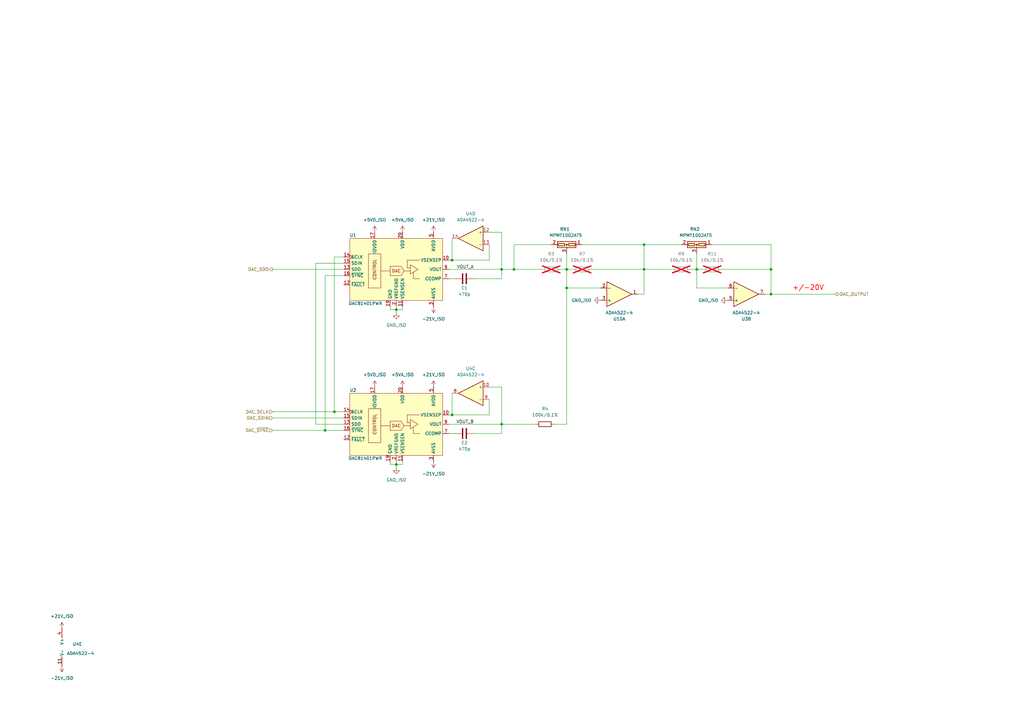
<source format=kicad_sch>
(kicad_sch (version 20250114) (generator "eeschema") (generator_version "9.0")
  (paper "A3")
  (lib_symbols
    (symbol "Amplifier_Operational:ADA4522-4" (pin_names (offset 0.127))
      (property "Reference" "U" (at 0 5.08 0))
      (property "Value" "ADA4522-4" (at 0 -5.08 0))
      (symbol "ADA4522-4_1_1"
        (polyline (pts (xy -5.08 5.08) (xy 5.08 0) (xy -5.08 -5.08) (xy -5.08 5.08)) (stroke (width 0.254)) (fill (type background)))
        (pin input line (at -7.62 2.54 0) (length 2.54) (name "+") (number "3"))
        (pin input line (at -7.62 -2.54 0) (length 2.54) (name "-") (number "2"))
        (pin output line (at 7.62 0 180) (length 2.54) (name "~") (number "1"))
      )
      (symbol "ADA4522-4_2_1"
        (polyline (pts (xy -5.08 5.08) (xy 5.08 0) (xy -5.08 -5.08) (xy -5.08 5.08)) (stroke (width 0.254)) (fill (type background)))
        (pin input line (at -7.62 2.54 0) (length 2.54) (name "+") (number "5"))
        (pin input line (at -7.62 -2.54 0) (length 2.54) (name "-") (number "6"))
        (pin output line (at 7.62 0 180) (length 2.54) (name "~") (number "7"))
      )
      (symbol "ADA4522-4_3_1"
        (polyline (pts (xy -5.08 5.08) (xy 5.08 0) (xy -5.08 -5.08) (xy -5.08 5.08)) (stroke (width 0.254)) (fill (type background)))
        (pin input line (at -7.62 2.54 0) (length 2.54) (name "+") (number "10"))
        (pin input line (at -7.62 -2.54 0) (length 2.54) (name "-") (number "9"))
        (pin output line (at 7.62 0 180) (length 2.54) (name "~") (number "8"))
      )
      (symbol "ADA4522-4_4_1"
        (polyline (pts (xy -5.08 5.08) (xy 5.08 0) (xy -5.08 -5.08) (xy -5.08 5.08)) (stroke (width 0.254)) (fill (type background)))
        (pin input line (at -7.62 2.54 0) (length 2.54) (name "+") (number "12"))
        (pin input line (at -7.62 -2.54 0) (length 2.54) (name "-") (number "13"))
        (pin output line (at 7.62 0 180) (length 2.54) (name "~") (number "14"))
      )
      (symbol "ADA4522-4_5_1"
        (pin power_in line (at -2.54 7.62 270) (length 3.81) (name "V+") (number "4"))
        (pin power_in line (at -2.54 -7.62 90) (length 3.81) (name "V-") (number "11"))
      )
    )
    (symbol "Device:C" (pin_numbers (hide yes)) (pin_names (offset 0.254))
      (property "Reference" "C" (at 0.635 2.54 0))
      (property "Value" "C" (at 0.635 -2.54 0))
      (symbol "C_0_1"
        (polyline (pts (xy -2.032 0.762) (xy 2.032 0.762)) (stroke (width 0.508)))
        (polyline (pts (xy -2.032 -0.762) (xy 2.032 -0.762)) (stroke (width 0.508)))
      )
      (symbol "C_1_1"
        (pin passive line (at 0 3.81 270) (length 2.794) (name "~") (number "1"))
        (pin passive line (at 0 -3.81 90) (length 2.794) (name "~") (number "2"))
      )
    )
    (symbol "Device:R" (pin_numbers (hide yes)) (pin_names (offset 0))
      (property "Reference" "R" (at 2.032 0 90))
      (property "Value" "R" (at 0 0 90))
      (symbol "R_0_1"
        (rectangle (start -1.016 -2.54) (end 1.016 2.54) (stroke (width 0.254)))
      )
      (symbol "R_1_1"
        (pin passive line (at 0 3.81 270) (length 1.27) (name "~") (number "1"))
        (pin passive line (at 0 -3.81 90) (length 1.27) (name "~") (number "2"))
      )
    )
    (symbol "Device:VoltageDivider_CenterPin3" (pin_names (offset 0) (hide yes))
      (property "Reference" "RN" (at -4.445 0 90))
      (property "Value" "VoltageDivider_CenterPin3" (at -2.54 0 90))
      (symbol "VoltageDivider_CenterPin3_0_1"
        (rectangle (start -1.27 -3.81) (end 1.27 3.81) (stroke (width 0.254)) (fill (type background)))
        (rectangle (start -0.508 3.3782) (end 0.508 0.8382) (stroke (width 0.254)))
        (rectangle (start -0.508 -3.3782) (end 0.508 -0.8382) (stroke (width 0.254)))
        (polyline (pts (xy 0 5.08) (xy 0 3.3782)))
        (polyline (pts (xy 0 0.889) (xy 0 -0.889)))
        (circle (center 0 0.0254) (radius 0.254) (fill (type outline)))
        (polyline (pts (xy 0 -5.08) (xy 0 -3.429)))
        (polyline (pts (xy 1.27 0) (xy 0 0)))
      )
      (symbol "VoltageDivider_CenterPin3_1_1"
        (pin passive line (at 0 6.35 270) (length 2.54) (name "~") (number "1"))
        (pin passive line (at 0 -6.35 90) (length 2.54) (name "~") (number "2"))
        (pin passive line (at 3.81 0 180) (length 2.54) (name "~") (number "3"))
      )
    )
    (symbol "ETH1CVOLT_A:+21V_ISO" (power) (pin_numbers (hide yes)) (pin_names (offset 0) (hide yes))
      (property "Value" "+21V_ISO" (at 0 3.556 0))
      (symbol "+21V_ISO_0_1"
        (polyline (pts (xy -0.762 1.27) (xy 0 2.54)))
        (polyline (pts (xy 0 2.54) (xy 0.762 1.27)))
        (polyline (pts (xy 0 0) (xy 0 2.54)))
      )
      (symbol "+21V_ISO_1_1"
        (pin power_in line (at 0 0 90) (length 0) (name "~") (number "1"))
      )
    )
    (symbol "ETH1CVOLT_A:+5VA_ISO" (power) (pin_numbers (hide yes)) (pin_names (offset 0) (hide yes))
      (property "Value" "+5VA_ISO" (at 0 3.556 0))
      (symbol "+5VA_ISO_0_1"
        (polyline (pts (xy -0.762 1.27) (xy 0 2.54)))
        (polyline (pts (xy 0 2.54) (xy 0.762 1.27)))
        (polyline (pts (xy 0 0) (xy 0 2.54)))
      )
      (symbol "+5VA_ISO_1_1"
        (pin power_in line (at 0 0 90) (length 0) (name "~") (number "1"))
      )
    )
    (symbol "ETH1CVOLT_A:+5VD_ISO" (power) (pin_numbers (hide yes)) (pin_names (offset 0) (hide yes))
      (property "Value" "+5VD_ISO" (at 0 3.556 0))
      (symbol "+5VD_ISO_0_1"
        (polyline (pts (xy -0.762 1.27) (xy 0 2.54)))
        (polyline (pts (xy 0 2.54) (xy 0.762 1.27)))
        (polyline (pts (xy 0 0) (xy 0 2.54)))
      )
      (symbol "+5VD_ISO_1_1"
        (pin power_in line (at 0 0 90) (length 0) (name "~") (number "1"))
      )
    )
    (symbol "ETH1CVOLT_A:-21V_ISO" (power) (pin_numbers (hide yes)) (pin_names (offset 0) (hide yes))
      (property "Value" "-21V_ISO" (at 0 3.556 0))
      (symbol "-21V_ISO_0_1"
        (polyline (pts (xy -0.762 1.27) (xy 0 2.54)))
        (polyline (pts (xy 0 2.54) (xy 0.762 1.27)))
        (polyline (pts (xy 0 0) (xy 0 2.54)))
      )
      (symbol "-21V_ISO_1_1"
        (pin power_in line (at 0 0 90) (length 0) (name "~") (number "1"))
      )
    )
    (symbol "ETH1CVOLT_A:GND_ISO" (power) (pin_numbers (hide yes)) (pin_names (offset 0) (hide yes))
      (property "Value" "GND_ISO" (at 0 -3.81 0))
      (symbol "GND_ISO_0_1"
        (polyline (pts (xy 0 0) (xy 0 -1.27) (xy 1.27 -1.27) (xy 0 -2.54) (xy -1.27 -1.27) (xy 0 -1.27)))
      )
      (symbol "GND_ISO_1_1"
        (pin power_in line (at 0 0 270) (length 0) (name "~") (number "1"))
      )
    )
    (symbol "ETH1CVOLT_B:DAC81401PWR"
      (property "Reference" "U" (at -18.288 13.716 0))
      (property "Value" "DAC81401PWR" (at -12.192 -13.97 0))
      (symbol "DAC81401PWR_0_0"
        (text "DAC" (at 0 -0.635 0) (effects (font (size 1.27 1.27))))
      )
      (symbol "DAC81401PWR_0_1"
        (rectangle (start -11.43 6.35) (end -6.35 -7.62))
        (polyline (pts (xy -6.35 -0.635) (xy -2.54 -0.635)))
        (polyline (pts (xy 3.175 -0.635) (xy 5.715 -0.635)))
        (polyline (pts (xy 3.175 -0.635) (xy 1.905 1.27) (xy -2.54 1.27) (xy -2.54 -2.54) (xy 1.905 -2.54) (xy 3.175 -0.635)))
        (polyline (pts (xy 4.445 3.81) (xy 9.525 3.81)))
        (polyline (pts (xy 5.715 0.635) (xy 4.445 0.635) (xy 4.445 3.81)))
        (polyline (pts (xy 5.715 0) (xy 5.715 1.905) (xy 8.89 0) (xy 5.715 -1.905) (xy 5.715 0)))
        (polyline (pts (xy 6.985 -1.27) (xy 6.985 -2.54) (xy 6.985 -3.81) (xy 9.525 -3.81)))
      )
      (symbol "DAC81401PWR_1_1"
        (rectangle (start -19.05 12.7) (end 19.05 -12.7) (fill (type background)))
        (text "CONTROL" (at -8.89 0 900) (effects (font (size 1.27 1.27))))
        (pin input clock (at -21.59 5.08 0) (length 2.54) (name "SCLK") (number "14"))
        (pin input line (at -21.59 2.54 0) (length 2.54) (name "SDIN") (number "15"))
        (pin output line (at -21.59 0 0) (length 2.54) (name "SDO") (number "13"))
        (pin input line (at -21.59 -2.54 0) (length 2.54) (name "~{SYNC}") (number "16"))
        (pin output line (at -21.59 -6.35 0) (length 2.54) (name "~{FAULT}") (number "12"))
        (pin no_connect line (at -12.7 -15.24 90) (length 2.54) (hide yes) (name "NC") (number "4"))
        (pin no_connect line (at -10.16 -15.24 90) (length 2.54) (hide yes) (name "NC") (number "6"))
        (pin power_in line (at -8.89 15.24 270) (length 2.54) (name "IOVDD") (number "17"))
        (pin no_connect line (at -7.62 -15.24 90) (length 2.54) (hide yes) (name "NC") (number "8"))
        (pin no_connect line (at -5.08 -15.24 90) (length 2.54) (hide yes) (name "NC") (number "18"))
        (pin passive line (at -2.54 -15.24 90) (length 2.54) (name "GND") (number "19"))
        (pin passive line (at 0 -15.24 90) (length 2.54) (name "VREFGND") (number "2"))
        (pin power_in line (at 2.54 15.24 270) (length 2.54) (name "VDD") (number "20"))
        (pin input line (at 2.54 -15.24 90) (length 2.54) (name "VSENSEN") (number "11"))
        (pin power_in line (at 15.24 15.24 270) (length 2.54) (name "AVDD") (number "5"))
        (pin power_in line (at 15.24 -15.24 90) (length 2.54) (name "AVSS") (number "3"))
        (pin input line (at 21.59 3.81 180) (length 2.54) (name "VSENSEP") (number "10"))
        (pin output line (at 21.59 0 180) (length 2.54) (name "VOUT") (number "9"))
        (pin input line (at 21.59 -3.81 180) (length 2.54) (name "CCOMP") (number "7"))
      )
    )
  )
  (text "+/-20V" (at 331.47 118.11 0) (effects (font (size 2.032 2.032) (thickness 0.254) (bold yes))))
  (junction (at 205.74 110.49))
  (junction (at 316.23 110.49))
  (junction (at 205.74 173.99))
  (junction (at 285.75 110.49))
  (junction (at 162.56 127))
  (junction (at 264.16 110.49))
  (junction (at 162.56 190.5))
  (junction (at 232.41 110.49))
  (junction (at 264.16 100.33))
  (junction (at 185.42 106.68))
  (junction (at 210.82 110.49))
  (junction (at 185.42 170.18))
  (junction (at 232.41 118.11))
  (junction (at 137.16 168.91))
  (junction (at 316.23 120.65))
  (junction (at 133.35 176.53))
  (wire (pts (xy 232.41 118.11) (xy 232.41 173.99)))
  (wire (pts (xy 194.31 114.3) (xy 205.74 114.3)))
  (wire (pts (xy 285.75 104.14) (xy 285.75 110.49)))
  (wire (pts (xy 200.66 158.75) (xy 205.74 158.75)))
  (wire (pts (xy 295.91 110.49) (xy 316.23 110.49)))
  (wire (pts (xy 200.66 106.68) (xy 185.42 106.68)))
  (wire (pts (xy 316.23 120.65) (xy 342.9 120.65)))
  (wire (pts (xy 111.76 168.91) (xy 137.16 168.91)))
  (wire (pts (xy 133.35 176.53) (xy 133.35 113.03)))
  (wire (pts (xy 194.31 177.8) (xy 205.74 177.8)))
  (wire (pts (xy 162.56 127) (xy 165.1 127)))
  (wire (pts (xy 205.74 173.99) (xy 205.74 177.8)))
  (wire (pts (xy 200.66 163.83) (xy 200.66 170.18)))
  (wire (pts (xy 200.66 170.18) (xy 185.42 170.18)))
  (wire (pts (xy 264.16 100.33) (xy 279.4 100.33)))
  (wire (pts (xy 129.54 173.99) (xy 129.54 107.95)))
  (wire (pts (xy 313.69 120.65) (xy 316.23 120.65)))
  (wire (pts (xy 111.76 171.45) (xy 140.97 171.45)))
  (wire (pts (xy 160.02 127) (xy 162.56 127)))
  (wire (pts (xy 205.74 158.75) (xy 205.74 173.99)))
  (wire (pts (xy 285.75 110.49) (xy 288.29 110.49)))
  (wire (pts (xy 184.15 110.49) (xy 205.74 110.49)))
  (wire (pts (xy 133.35 113.03) (xy 140.97 113.03)))
  (wire (pts (xy 226.06 100.33) (xy 210.82 100.33)))
  (wire (pts (xy 185.42 106.68) (xy 185.42 97.79)))
  (wire (pts (xy 184.15 177.8) (xy 186.69 177.8)))
  (wire (pts (xy 285.75 118.11) (xy 298.45 118.11)))
  (wire (pts (xy 238.76 100.33) (xy 264.16 100.33)))
  (wire (pts (xy 160.02 125.73) (xy 160.02 127)))
  (wire (pts (xy 264.16 100.33) (xy 264.16 110.49)))
  (wire (pts (xy 111.76 110.49) (xy 140.97 110.49)))
  (wire (pts (xy 140.97 105.41) (xy 137.16 105.41)))
  (wire (pts (xy 162.56 190.5) (xy 162.56 191.77)))
  (wire (pts (xy 200.66 95.25) (xy 205.74 95.25)))
  (wire (pts (xy 205.74 95.25) (xy 205.74 110.49)))
  (wire (pts (xy 200.66 100.33) (xy 200.66 106.68)))
  (wire (pts (xy 232.41 104.14) (xy 232.41 110.49)))
  (wire (pts (xy 140.97 176.53) (xy 133.35 176.53)))
  (wire (pts (xy 160.02 190.5) (xy 162.56 190.5)))
  (wire (pts (xy 184.15 114.3) (xy 186.69 114.3)))
  (wire (pts (xy 210.82 110.49) (xy 222.25 110.49)))
  (wire (pts (xy 283.21 110.49) (xy 285.75 110.49)))
  (wire (pts (xy 232.41 110.49) (xy 234.95 110.49)))
  (wire (pts (xy 316.23 100.33) (xy 316.23 110.49)))
  (wire (pts (xy 162.56 189.23) (xy 162.56 190.5)))
  (wire (pts (xy 264.16 110.49) (xy 264.16 120.65)))
  (wire (pts (xy 185.42 170.18) (xy 184.15 170.18)))
  (wire (pts (xy 111.76 176.53) (xy 133.35 176.53)))
  (wire (pts (xy 129.54 107.95) (xy 140.97 107.95)))
  (wire (pts (xy 165.1 189.23) (xy 165.1 190.5)))
  (wire (pts (xy 205.74 110.49) (xy 205.74 114.3)))
  (wire (pts (xy 162.56 125.73) (xy 162.56 127)))
  (wire (pts (xy 232.41 110.49) (xy 232.41 118.11)))
  (wire (pts (xy 232.41 118.11) (xy 246.38 118.11)))
  (wire (pts (xy 285.75 110.49) (xy 285.75 118.11)))
  (wire (pts (xy 292.1 100.33) (xy 316.23 100.33)))
  (wire (pts (xy 137.16 105.41) (xy 137.16 168.91)))
  (wire (pts (xy 316.23 120.65) (xy 316.23 110.49)))
  (wire (pts (xy 162.56 127) (xy 162.56 128.27)))
  (wire (pts (xy 165.1 125.73) (xy 165.1 127)))
  (wire (pts (xy 162.56 190.5) (xy 165.1 190.5)))
  (wire (pts (xy 140.97 173.99) (xy 129.54 173.99)))
  (wire (pts (xy 137.16 168.91) (xy 140.97 168.91)))
  (wire (pts (xy 205.74 173.99) (xy 219.71 173.99)))
  (wire (pts (xy 210.82 100.33) (xy 210.82 110.49)))
  (wire (pts (xy 205.74 110.49) (xy 210.82 110.49)))
  (wire (pts (xy 229.87 110.49) (xy 232.41 110.49)))
  (wire (pts (xy 242.57 110.49) (xy 264.16 110.49)))
  (wire (pts (xy 264.16 110.49) (xy 275.59 110.49)))
  (wire (pts (xy 160.02 189.23) (xy 160.02 190.5)))
  (wire (pts (xy 184.15 173.99) (xy 205.74 173.99)))
  (wire (pts (xy 227.33 173.99) (xy 232.41 173.99)))
  (wire (pts (xy 185.42 170.18) (xy 185.42 161.29)))
  (wire (pts (xy 185.42 106.68) (xy 184.15 106.68)))
  (wire (pts (xy 264.16 120.65) (xy 261.62 120.65)))
  (label "VOUT_A" (at 194.31 110.49 180))
  (label "VOUT_B" (at 194.31 173.99 180))
  (hierarchical_label "DAC_SCLK" (shape input) (at 111.76 168.91 180))
  (hierarchical_label "DAC_~{SYNC}" (shape input) (at 111.76 176.53 180))
  (hierarchical_label "DAC_SDO" (shape output) (at 111.76 110.49 180))
  (hierarchical_label "DAC_OUTPUT" (shape output) (at 342.9 120.65 0))
  (hierarchical_label "DAC_SDIN" (shape input) (at 111.76 171.45 180))
  (symbol (lib_id "Device:R") (at 279.4 110.49 90) (unit 1) (in_bom no) (dnp yes)
    (property "Reference" "R9" (at 279.4 104.14 90))
    (property "Value" "10k/0.1%" (at 279.4 106.68 90))
    (property "Description" "Resistor" (effects (hide yes)))
  )
  (symbol (lib_id "Device:C") (at 190.5 177.8 90) (unit 1)
    (property "Reference" "C2" (at 190.5 181.61 90))
    (property "Value" "470p" (at 190.5 184.15 90))
    (property "Description" "Unpolarized capacitor" (effects (hide yes)))
  )
  (symbol (lib_id "Amplifier_Operational:ADA4522-4") (at 193.04 97.79 0) (mirror y) (unit 4)
    (property "Reference" "U4" (at 193.04 87.63 0))
    (property "Value" "ADA4522-4" (at 193.04 90.17 0))
    (property "Datasheet" "https://www.analog.com/media/en/technical-documentation/data-sheets/ada4522-1_4522-2_4522-4.pdf" (effects (hide yes)))
    (property "Description" "55 V supply, 5uV max Vos, 3MHz GBW, EMI Enhanced, Zero Drift, 5.8 nV/√Hz, RRO quad operational amplifiers" (effects (hide yes)))
  )
  (symbol (lib_id "ETH1CVOLT_A:+21V_ISO") (at 177.8 158.75 0) (unit 1)
    (property "Reference" "#PWR09" (effects (hide yes)))
    (property "Value" "+21V_ISO" (at 177.8 153.67 0))
    (property "Description" "Power symbol" (effects (hide yes)))
  )
  (symbol (lib_id "ETH1CVOLT_A:+5VA_ISO") (at 165.1 95.25 0) (unit 1)
    (property "Reference" "#PWR05" (effects (hide yes)))
    (property "Value" "+5VA_ISO" (at 165.1 90.17 0))
    (property "Description" "Power symbol" (effects (hide yes)))
  )
  (symbol (lib_id "ETH1CVOLT_A:GND_ISO") (at 162.56 191.77 0) (unit 1)
    (property "Reference" "#PWR04" (effects (hide yes)))
    (property "Value" "GND_ISO" (at 162.56 196.85 0))
    (property "Description" "Power symbol creates a global label with name \"GND\" , ground" (effects (hide yes)))
  )
  (symbol (lib_id "ETH1CVOLT_B:DAC81401PWR") (at 162.56 173.99 0) (unit 1)
    (property "Reference" "U2" (at 144.78 160.02 0))
    (property "Value" "DAC81401PWR" (at 149.86 187.96 0))
    (property "Footprint" "Package_SO:TSSOP-20_4.4x6.5mm_P0.65mm" (effects (hide yes)))
    (property "Datasheet" "https://www.ti.com/lit/ds/symlink/dac81401.pdf" (effects (hide yes)))
    (property "Description" "Single-Channel, 16-Bit, High-Voltage Output DACs With Precision Internal Reference" (effects (hide yes)))
  )
  (symbol (lib_id "ETH1CVOLT_A:-21V_ISO") (at 177.8 125.73 180) (unit 1)
    (property "Reference" "#PWR08" (effects (hide yes)))
    (property "Value" "-21V_ISO" (at 177.8 130.81 0))
    (property "Description" "Power symbol" (effects (hide yes)))
  )
  (symbol (lib_id "Device:R") (at 292.1 110.49 90) (unit 1) (in_bom no) (dnp yes)
    (property "Reference" "R11" (at 292.1 104.14 90))
    (property "Value" "10k/0.1%" (at 292.1 106.68 90))
    (property "Description" "Resistor" (effects (hide yes)))
  )
  (symbol (lib_id "ETH1CVOLT_A:+5VD_ISO") (at 153.67 95.25 0) (unit 1)
    (property "Reference" "#PWR01" (effects (hide yes)))
    (property "Value" "+5VD_ISO" (at 153.67 90.17 0))
    (property "Description" "Power symbol" (effects (hide yes)))
  )
  (symbol (lib_id "Device:C") (at 190.5 114.3 90) (unit 1)
    (property "Reference" "C1" (at 190.5 118.11 90))
    (property "Value" "470p" (at 190.5 120.65 90))
    (property "Description" "Unpolarized capacitor" (effects (hide yes)))
  )
  (symbol (lib_id "ETH1CVOLT_A:+5VD_ISO") (at 153.67 158.75 0) (unit 1)
    (property "Reference" "#PWR02" (effects (hide yes)))
    (property "Value" "+5VD_ISO" (at 153.67 153.67 0))
    (property "Description" "Power symbol" (effects (hide yes)))
  )
  (symbol (lib_id "ETH1CVOLT_A:+21V_ISO") (at 177.8 95.25 0) (unit 1)
    (property "Reference" "#PWR07" (effects (hide yes)))
    (property "Value" "+21V_ISO" (at 177.8 90.17 0))
    (property "Description" "Power symbol" (effects (hide yes)))
  )
  (symbol (lib_id "ETH1CVOLT_A:+21V_ISO") (at 25.4 257.81 0) (unit 1)
    (property "Reference" "#PWR011" (effects (hide yes)))
    (property "Value" "+21V_ISO" (at 25.4 252.73 0))
    (property "Description" "Power symbol" (effects (hide yes)))
  )
  (symbol (lib_id "Device:VoltageDivider_CenterPin3") (at 285.75 100.33 270) (unit 1)
    (property "Reference" "RN2" (at 287.02 93.98 90) (effects (justify right)))
    (property "Value" "MPMT1002AT5" (at 292.1 96.52 90) (effects (justify right)))
    (property "Footprint" "Package_TO_SOT_SMD:SOT-23" (effects (hide yes)))
    (property "Description" "Voltage divider, center on pin 3" (effects (hide yes)))
  )
  (symbol (lib_id "ETH1CVOLT_A:-21V_ISO") (at 25.4 273.05 180) (unit 1)
    (property "Reference" "#PWR013" (effects (hide yes)))
    (property "Value" "-21V_ISO" (at 25.4 278.13 0))
    (property "Description" "Power symbol" (effects (hide yes)))
  )
  (symbol (lib_id "Device:R") (at 226.06 110.49 90) (unit 1) (in_bom no) (dnp yes)
    (property "Reference" "R3" (at 226.06 104.14 90))
    (property "Value" "10k/0.1%" (at 226.06 106.68 90))
    (property "Description" "Resistor" (effects (hide yes)))
  )
  (symbol (lib_id "Amplifier_Operational:ADA4522-4") (at 193.04 161.29 0) (mirror y) (unit 3)
    (property "Reference" "U4" (at 193.04 151.13 0))
    (property "Value" "ADA4522-4" (at 193.04 153.67 0))
    (property "Datasheet" "https://www.analog.com/media/en/technical-documentation/data-sheets/ada4522-1_4522-2_4522-4.pdf" (effects (hide yes)))
    (property "Description" "55 V supply, 5uV max Vos, 3MHz GBW, EMI Enhanced, Zero Drift, 5.8 nV/√Hz, RRO quad operational amplifiers" (effects (hide yes)))
  )
  (symbol (lib_id "ETH1CVOLT_A:GND_ISO") (at 246.38 123.19 270) (unit 1)
    (property "Reference" "#PWR012" (effects (hide yes)))
    (property "Value" "GND_ISO" (at 242.57 123.1899 90) (effects (justify right)))
    (property "Description" "Power symbol creates a global label with name \"GND\" , ground" (effects (hide yes)))
  )
  (symbol (lib_id "ETH1CVOLT_B:DAC81401PWR") (at 162.56 110.49 0) (unit 1)
    (property "Reference" "U1" (at 144.78 96.52 0))
    (property "Value" "DAC81401PWR" (at 149.86 124.46 0))
    (property "Footprint" "Package_SO:TSSOP-20_4.4x6.5mm_P0.65mm" (effects (hide yes)))
    (property "Datasheet" "https://www.ti.com/lit/ds/symlink/dac81401.pdf" (effects (hide yes)))
    (property "Description" "Single-Channel, 16-Bit, High-Voltage Output DACs With Precision Internal Reference" (effects (hide yes)))
  )
  (symbol (lib_id "ETH1CVOLT_A:GND_ISO") (at 162.56 128.27 0) (unit 1)
    (property "Reference" "#PWR03" (effects (hide yes)))
    (property "Value" "GND_ISO" (at 162.56 133.35 0))
    (property "Description" "Power symbol creates a global label with name \"GND\" , ground" (effects (hide yes)))
  )
  (symbol (lib_id "Amplifier_Operational:ADA4522-4") (at 254 120.65 0) (mirror x) (unit 1)
    (property "Reference" "U10" (at 254 130.81 0))
    (property "Value" "ADA4522-4" (at 254 128.27 0))
    (property "Datasheet" "https://www.analog.com/media/en/technical-documentation/data-sheets/ada4522-1_4522-2_4522-4.pdf" (effects (hide yes)))
    (property "Description" "55 V supply, 5uV max Vos, 3MHz GBW, EMI Enhanced, Zero Drift, 5.8 nV/√Hz, RRO quad operational amplifiers" (effects (hide yes)))
  )
  (symbol (lib_id "Device:R") (at 238.76 110.49 90) (unit 1) (in_bom no) (dnp yes)
    (property "Reference" "R7" (at 238.76 104.14 90))
    (property "Value" "10k/0.1%" (at 238.76 106.68 90))
    (property "Description" "Resistor" (effects (hide yes)))
  )
  (symbol (lib_id "ETH1CVOLT_A:+5VA_ISO") (at 165.1 158.75 0) (unit 1)
    (property "Reference" "#PWR06" (effects (hide yes)))
    (property "Value" "+5VA_ISO" (at 165.1 153.67 0))
    (property "Description" "Power symbol" (effects (hide yes)))
  )
  (symbol (lib_id "ETH1CVOLT_A:GND_ISO") (at 298.45 123.19 270) (unit 1)
    (property "Reference" "#PWR014" (effects (hide yes)))
    (property "Value" "GND_ISO" (at 294.64 123.1899 90) (effects (justify right)))
    (property "Description" "Power symbol creates a global label with name \"GND\" , ground" (effects (hide yes)))
  )
  (symbol (lib_id "ETH1CVOLT_A:-21V_ISO") (at 177.8 189.23 180) (unit 1)
    (property "Reference" "#PWR010" (effects (hide yes)))
    (property "Value" "-21V_ISO" (at 177.8 194.31 0))
    (property "Description" "Power symbol" (effects (hide yes)))
  )
  (symbol (lib_id "Amplifier_Operational:ADA4522-4") (at 306.07 120.65 0) (mirror x) (unit 2)
    (property "Reference" "U3" (at 306.07 130.81 0))
    (property "Value" "ADA4522-4" (at 306.07 128.27 0))
    (property "Datasheet" "https://www.analog.com/media/en/technical-documentation/data-sheets/ada4522-1_4522-2_4522-4.pdf" (effects (hide yes)))
    (property "Description" "55 V supply, 5uV max Vos, 3MHz GBW, EMI Enhanced, Zero Drift, 5.8 nV/√Hz, RRO quad operational amplifiers" (effects (hide yes)))
  )
  (symbol (lib_id "Device:R") (at 223.52 173.99 90) (unit 1)
    (property "Reference" "R4" (at 223.52 167.64 90))
    (property "Value" "100k/0.1%" (at 223.52 170.18 90))
    (property "Description" "Resistor" (effects (hide yes)))
  )
  (symbol (lib_id "Device:VoltageDivider_CenterPin3") (at 232.41 100.33 270) (unit 1)
    (property "Reference" "RN1" (at 233.68 93.98 90) (effects (justify right)))
    (property "Value" "MPMT1002AT5" (at 238.76 96.52 90) (effects (justify right)))
    (property "Footprint" "Package_TO_SOT_SMD:SOT-23" (effects (hide yes)))
    (property "Description" "Voltage divider, center on pin 3" (effects (hide yes)))
  )
  (symbol (lib_id "Amplifier_Operational:ADA4522-4") (at 27.94 265.43 0) (unit 5)
    (property "Reference" "U4" (at 31.75 264.16 0))
    (property "Value" "ADA4522-4" (at 33.02 267.97 0))
    (property "Datasheet" "https://www.analog.com/media/en/technical-documentation/data-sheets/ada4522-1_4522-2_4522-4.pdf" (effects (hide yes)))
    (property "Description" "55 V supply, 5uV max Vos, 3MHz GBW, EMI Enhanced, Zero Drift, 5.8 nV/√Hz, RRO quad operational amplifiers" (effects (hide yes)))
  )
)
</source>
